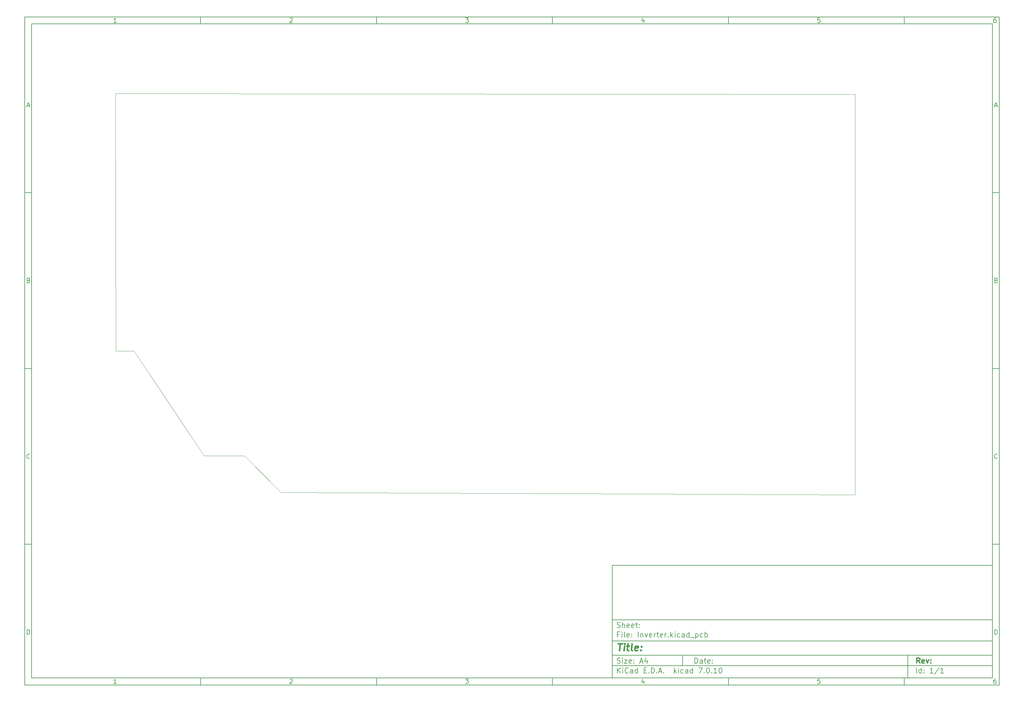
<source format=gbr>
%TF.GenerationSoftware,KiCad,Pcbnew,7.0.10*%
%TF.CreationDate,2024-05-18T21:04:01+03:00*%
%TF.ProjectId,Inverter,496e7665-7274-4657-922e-6b696361645f,rev?*%
%TF.SameCoordinates,Original*%
%TF.FileFunction,Profile,NP*%
%FSLAX46Y46*%
G04 Gerber Fmt 4.6, Leading zero omitted, Abs format (unit mm)*
G04 Created by KiCad (PCBNEW 7.0.10) date 2024-05-18 21:04:01*
%MOMM*%
%LPD*%
G01*
G04 APERTURE LIST*
%ADD10C,0.100000*%
%ADD11C,0.150000*%
%ADD12C,0.300000*%
%ADD13C,0.400000*%
%TA.AperFunction,Profile*%
%ADD14C,0.100000*%
%TD*%
G04 APERTURE END LIST*
D10*
D11*
X177002200Y-166007200D02*
X285002200Y-166007200D01*
X285002200Y-198007200D01*
X177002200Y-198007200D01*
X177002200Y-166007200D01*
D10*
D11*
X10000000Y-10000000D02*
X287002200Y-10000000D01*
X287002200Y-200007200D01*
X10000000Y-200007200D01*
X10000000Y-10000000D01*
D10*
D11*
X12000000Y-12000000D02*
X285002200Y-12000000D01*
X285002200Y-198007200D01*
X12000000Y-198007200D01*
X12000000Y-12000000D01*
D10*
D11*
X60000000Y-12000000D02*
X60000000Y-10000000D01*
D10*
D11*
X110000000Y-12000000D02*
X110000000Y-10000000D01*
D10*
D11*
X160000000Y-12000000D02*
X160000000Y-10000000D01*
D10*
D11*
X210000000Y-12000000D02*
X210000000Y-10000000D01*
D10*
D11*
X260000000Y-12000000D02*
X260000000Y-10000000D01*
D10*
D11*
X36089160Y-11593604D02*
X35346303Y-11593604D01*
X35717731Y-11593604D02*
X35717731Y-10293604D01*
X35717731Y-10293604D02*
X35593922Y-10479319D01*
X35593922Y-10479319D02*
X35470112Y-10603128D01*
X35470112Y-10603128D02*
X35346303Y-10665033D01*
D10*
D11*
X85346303Y-10417414D02*
X85408207Y-10355509D01*
X85408207Y-10355509D02*
X85532017Y-10293604D01*
X85532017Y-10293604D02*
X85841541Y-10293604D01*
X85841541Y-10293604D02*
X85965350Y-10355509D01*
X85965350Y-10355509D02*
X86027255Y-10417414D01*
X86027255Y-10417414D02*
X86089160Y-10541223D01*
X86089160Y-10541223D02*
X86089160Y-10665033D01*
X86089160Y-10665033D02*
X86027255Y-10850747D01*
X86027255Y-10850747D02*
X85284398Y-11593604D01*
X85284398Y-11593604D02*
X86089160Y-11593604D01*
D10*
D11*
X135284398Y-10293604D02*
X136089160Y-10293604D01*
X136089160Y-10293604D02*
X135655826Y-10788842D01*
X135655826Y-10788842D02*
X135841541Y-10788842D01*
X135841541Y-10788842D02*
X135965350Y-10850747D01*
X135965350Y-10850747D02*
X136027255Y-10912652D01*
X136027255Y-10912652D02*
X136089160Y-11036461D01*
X136089160Y-11036461D02*
X136089160Y-11345985D01*
X136089160Y-11345985D02*
X136027255Y-11469795D01*
X136027255Y-11469795D02*
X135965350Y-11531700D01*
X135965350Y-11531700D02*
X135841541Y-11593604D01*
X135841541Y-11593604D02*
X135470112Y-11593604D01*
X135470112Y-11593604D02*
X135346303Y-11531700D01*
X135346303Y-11531700D02*
X135284398Y-11469795D01*
D10*
D11*
X185965350Y-10726938D02*
X185965350Y-11593604D01*
X185655826Y-10231700D02*
X185346303Y-11160271D01*
X185346303Y-11160271D02*
X186151064Y-11160271D01*
D10*
D11*
X236027255Y-10293604D02*
X235408207Y-10293604D01*
X235408207Y-10293604D02*
X235346303Y-10912652D01*
X235346303Y-10912652D02*
X235408207Y-10850747D01*
X235408207Y-10850747D02*
X235532017Y-10788842D01*
X235532017Y-10788842D02*
X235841541Y-10788842D01*
X235841541Y-10788842D02*
X235965350Y-10850747D01*
X235965350Y-10850747D02*
X236027255Y-10912652D01*
X236027255Y-10912652D02*
X236089160Y-11036461D01*
X236089160Y-11036461D02*
X236089160Y-11345985D01*
X236089160Y-11345985D02*
X236027255Y-11469795D01*
X236027255Y-11469795D02*
X235965350Y-11531700D01*
X235965350Y-11531700D02*
X235841541Y-11593604D01*
X235841541Y-11593604D02*
X235532017Y-11593604D01*
X235532017Y-11593604D02*
X235408207Y-11531700D01*
X235408207Y-11531700D02*
X235346303Y-11469795D01*
D10*
D11*
X285965350Y-10293604D02*
X285717731Y-10293604D01*
X285717731Y-10293604D02*
X285593922Y-10355509D01*
X285593922Y-10355509D02*
X285532017Y-10417414D01*
X285532017Y-10417414D02*
X285408207Y-10603128D01*
X285408207Y-10603128D02*
X285346303Y-10850747D01*
X285346303Y-10850747D02*
X285346303Y-11345985D01*
X285346303Y-11345985D02*
X285408207Y-11469795D01*
X285408207Y-11469795D02*
X285470112Y-11531700D01*
X285470112Y-11531700D02*
X285593922Y-11593604D01*
X285593922Y-11593604D02*
X285841541Y-11593604D01*
X285841541Y-11593604D02*
X285965350Y-11531700D01*
X285965350Y-11531700D02*
X286027255Y-11469795D01*
X286027255Y-11469795D02*
X286089160Y-11345985D01*
X286089160Y-11345985D02*
X286089160Y-11036461D01*
X286089160Y-11036461D02*
X286027255Y-10912652D01*
X286027255Y-10912652D02*
X285965350Y-10850747D01*
X285965350Y-10850747D02*
X285841541Y-10788842D01*
X285841541Y-10788842D02*
X285593922Y-10788842D01*
X285593922Y-10788842D02*
X285470112Y-10850747D01*
X285470112Y-10850747D02*
X285408207Y-10912652D01*
X285408207Y-10912652D02*
X285346303Y-11036461D01*
D10*
D11*
X60000000Y-198007200D02*
X60000000Y-200007200D01*
D10*
D11*
X110000000Y-198007200D02*
X110000000Y-200007200D01*
D10*
D11*
X160000000Y-198007200D02*
X160000000Y-200007200D01*
D10*
D11*
X210000000Y-198007200D02*
X210000000Y-200007200D01*
D10*
D11*
X260000000Y-198007200D02*
X260000000Y-200007200D01*
D10*
D11*
X36089160Y-199600804D02*
X35346303Y-199600804D01*
X35717731Y-199600804D02*
X35717731Y-198300804D01*
X35717731Y-198300804D02*
X35593922Y-198486519D01*
X35593922Y-198486519D02*
X35470112Y-198610328D01*
X35470112Y-198610328D02*
X35346303Y-198672233D01*
D10*
D11*
X85346303Y-198424614D02*
X85408207Y-198362709D01*
X85408207Y-198362709D02*
X85532017Y-198300804D01*
X85532017Y-198300804D02*
X85841541Y-198300804D01*
X85841541Y-198300804D02*
X85965350Y-198362709D01*
X85965350Y-198362709D02*
X86027255Y-198424614D01*
X86027255Y-198424614D02*
X86089160Y-198548423D01*
X86089160Y-198548423D02*
X86089160Y-198672233D01*
X86089160Y-198672233D02*
X86027255Y-198857947D01*
X86027255Y-198857947D02*
X85284398Y-199600804D01*
X85284398Y-199600804D02*
X86089160Y-199600804D01*
D10*
D11*
X135284398Y-198300804D02*
X136089160Y-198300804D01*
X136089160Y-198300804D02*
X135655826Y-198796042D01*
X135655826Y-198796042D02*
X135841541Y-198796042D01*
X135841541Y-198796042D02*
X135965350Y-198857947D01*
X135965350Y-198857947D02*
X136027255Y-198919852D01*
X136027255Y-198919852D02*
X136089160Y-199043661D01*
X136089160Y-199043661D02*
X136089160Y-199353185D01*
X136089160Y-199353185D02*
X136027255Y-199476995D01*
X136027255Y-199476995D02*
X135965350Y-199538900D01*
X135965350Y-199538900D02*
X135841541Y-199600804D01*
X135841541Y-199600804D02*
X135470112Y-199600804D01*
X135470112Y-199600804D02*
X135346303Y-199538900D01*
X135346303Y-199538900D02*
X135284398Y-199476995D01*
D10*
D11*
X185965350Y-198734138D02*
X185965350Y-199600804D01*
X185655826Y-198238900D02*
X185346303Y-199167471D01*
X185346303Y-199167471D02*
X186151064Y-199167471D01*
D10*
D11*
X236027255Y-198300804D02*
X235408207Y-198300804D01*
X235408207Y-198300804D02*
X235346303Y-198919852D01*
X235346303Y-198919852D02*
X235408207Y-198857947D01*
X235408207Y-198857947D02*
X235532017Y-198796042D01*
X235532017Y-198796042D02*
X235841541Y-198796042D01*
X235841541Y-198796042D02*
X235965350Y-198857947D01*
X235965350Y-198857947D02*
X236027255Y-198919852D01*
X236027255Y-198919852D02*
X236089160Y-199043661D01*
X236089160Y-199043661D02*
X236089160Y-199353185D01*
X236089160Y-199353185D02*
X236027255Y-199476995D01*
X236027255Y-199476995D02*
X235965350Y-199538900D01*
X235965350Y-199538900D02*
X235841541Y-199600804D01*
X235841541Y-199600804D02*
X235532017Y-199600804D01*
X235532017Y-199600804D02*
X235408207Y-199538900D01*
X235408207Y-199538900D02*
X235346303Y-199476995D01*
D10*
D11*
X285965350Y-198300804D02*
X285717731Y-198300804D01*
X285717731Y-198300804D02*
X285593922Y-198362709D01*
X285593922Y-198362709D02*
X285532017Y-198424614D01*
X285532017Y-198424614D02*
X285408207Y-198610328D01*
X285408207Y-198610328D02*
X285346303Y-198857947D01*
X285346303Y-198857947D02*
X285346303Y-199353185D01*
X285346303Y-199353185D02*
X285408207Y-199476995D01*
X285408207Y-199476995D02*
X285470112Y-199538900D01*
X285470112Y-199538900D02*
X285593922Y-199600804D01*
X285593922Y-199600804D02*
X285841541Y-199600804D01*
X285841541Y-199600804D02*
X285965350Y-199538900D01*
X285965350Y-199538900D02*
X286027255Y-199476995D01*
X286027255Y-199476995D02*
X286089160Y-199353185D01*
X286089160Y-199353185D02*
X286089160Y-199043661D01*
X286089160Y-199043661D02*
X286027255Y-198919852D01*
X286027255Y-198919852D02*
X285965350Y-198857947D01*
X285965350Y-198857947D02*
X285841541Y-198796042D01*
X285841541Y-198796042D02*
X285593922Y-198796042D01*
X285593922Y-198796042D02*
X285470112Y-198857947D01*
X285470112Y-198857947D02*
X285408207Y-198919852D01*
X285408207Y-198919852D02*
X285346303Y-199043661D01*
D10*
D11*
X10000000Y-60000000D02*
X12000000Y-60000000D01*
D10*
D11*
X10000000Y-110000000D02*
X12000000Y-110000000D01*
D10*
D11*
X10000000Y-160000000D02*
X12000000Y-160000000D01*
D10*
D11*
X10690476Y-35222176D02*
X11309523Y-35222176D01*
X10566666Y-35593604D02*
X10999999Y-34293604D01*
X10999999Y-34293604D02*
X11433333Y-35593604D01*
D10*
D11*
X11092857Y-84912652D02*
X11278571Y-84974557D01*
X11278571Y-84974557D02*
X11340476Y-85036461D01*
X11340476Y-85036461D02*
X11402380Y-85160271D01*
X11402380Y-85160271D02*
X11402380Y-85345985D01*
X11402380Y-85345985D02*
X11340476Y-85469795D01*
X11340476Y-85469795D02*
X11278571Y-85531700D01*
X11278571Y-85531700D02*
X11154761Y-85593604D01*
X11154761Y-85593604D02*
X10659523Y-85593604D01*
X10659523Y-85593604D02*
X10659523Y-84293604D01*
X10659523Y-84293604D02*
X11092857Y-84293604D01*
X11092857Y-84293604D02*
X11216666Y-84355509D01*
X11216666Y-84355509D02*
X11278571Y-84417414D01*
X11278571Y-84417414D02*
X11340476Y-84541223D01*
X11340476Y-84541223D02*
X11340476Y-84665033D01*
X11340476Y-84665033D02*
X11278571Y-84788842D01*
X11278571Y-84788842D02*
X11216666Y-84850747D01*
X11216666Y-84850747D02*
X11092857Y-84912652D01*
X11092857Y-84912652D02*
X10659523Y-84912652D01*
D10*
D11*
X11402380Y-135469795D02*
X11340476Y-135531700D01*
X11340476Y-135531700D02*
X11154761Y-135593604D01*
X11154761Y-135593604D02*
X11030952Y-135593604D01*
X11030952Y-135593604D02*
X10845238Y-135531700D01*
X10845238Y-135531700D02*
X10721428Y-135407890D01*
X10721428Y-135407890D02*
X10659523Y-135284080D01*
X10659523Y-135284080D02*
X10597619Y-135036461D01*
X10597619Y-135036461D02*
X10597619Y-134850747D01*
X10597619Y-134850747D02*
X10659523Y-134603128D01*
X10659523Y-134603128D02*
X10721428Y-134479319D01*
X10721428Y-134479319D02*
X10845238Y-134355509D01*
X10845238Y-134355509D02*
X11030952Y-134293604D01*
X11030952Y-134293604D02*
X11154761Y-134293604D01*
X11154761Y-134293604D02*
X11340476Y-134355509D01*
X11340476Y-134355509D02*
X11402380Y-134417414D01*
D10*
D11*
X10659523Y-185593604D02*
X10659523Y-184293604D01*
X10659523Y-184293604D02*
X10969047Y-184293604D01*
X10969047Y-184293604D02*
X11154761Y-184355509D01*
X11154761Y-184355509D02*
X11278571Y-184479319D01*
X11278571Y-184479319D02*
X11340476Y-184603128D01*
X11340476Y-184603128D02*
X11402380Y-184850747D01*
X11402380Y-184850747D02*
X11402380Y-185036461D01*
X11402380Y-185036461D02*
X11340476Y-185284080D01*
X11340476Y-185284080D02*
X11278571Y-185407890D01*
X11278571Y-185407890D02*
X11154761Y-185531700D01*
X11154761Y-185531700D02*
X10969047Y-185593604D01*
X10969047Y-185593604D02*
X10659523Y-185593604D01*
D10*
D11*
X287002200Y-60000000D02*
X285002200Y-60000000D01*
D10*
D11*
X287002200Y-110000000D02*
X285002200Y-110000000D01*
D10*
D11*
X287002200Y-160000000D02*
X285002200Y-160000000D01*
D10*
D11*
X285692676Y-35222176D02*
X286311723Y-35222176D01*
X285568866Y-35593604D02*
X286002199Y-34293604D01*
X286002199Y-34293604D02*
X286435533Y-35593604D01*
D10*
D11*
X286095057Y-84912652D02*
X286280771Y-84974557D01*
X286280771Y-84974557D02*
X286342676Y-85036461D01*
X286342676Y-85036461D02*
X286404580Y-85160271D01*
X286404580Y-85160271D02*
X286404580Y-85345985D01*
X286404580Y-85345985D02*
X286342676Y-85469795D01*
X286342676Y-85469795D02*
X286280771Y-85531700D01*
X286280771Y-85531700D02*
X286156961Y-85593604D01*
X286156961Y-85593604D02*
X285661723Y-85593604D01*
X285661723Y-85593604D02*
X285661723Y-84293604D01*
X285661723Y-84293604D02*
X286095057Y-84293604D01*
X286095057Y-84293604D02*
X286218866Y-84355509D01*
X286218866Y-84355509D02*
X286280771Y-84417414D01*
X286280771Y-84417414D02*
X286342676Y-84541223D01*
X286342676Y-84541223D02*
X286342676Y-84665033D01*
X286342676Y-84665033D02*
X286280771Y-84788842D01*
X286280771Y-84788842D02*
X286218866Y-84850747D01*
X286218866Y-84850747D02*
X286095057Y-84912652D01*
X286095057Y-84912652D02*
X285661723Y-84912652D01*
D10*
D11*
X286404580Y-135469795D02*
X286342676Y-135531700D01*
X286342676Y-135531700D02*
X286156961Y-135593604D01*
X286156961Y-135593604D02*
X286033152Y-135593604D01*
X286033152Y-135593604D02*
X285847438Y-135531700D01*
X285847438Y-135531700D02*
X285723628Y-135407890D01*
X285723628Y-135407890D02*
X285661723Y-135284080D01*
X285661723Y-135284080D02*
X285599819Y-135036461D01*
X285599819Y-135036461D02*
X285599819Y-134850747D01*
X285599819Y-134850747D02*
X285661723Y-134603128D01*
X285661723Y-134603128D02*
X285723628Y-134479319D01*
X285723628Y-134479319D02*
X285847438Y-134355509D01*
X285847438Y-134355509D02*
X286033152Y-134293604D01*
X286033152Y-134293604D02*
X286156961Y-134293604D01*
X286156961Y-134293604D02*
X286342676Y-134355509D01*
X286342676Y-134355509D02*
X286404580Y-134417414D01*
D10*
D11*
X285661723Y-185593604D02*
X285661723Y-184293604D01*
X285661723Y-184293604D02*
X285971247Y-184293604D01*
X285971247Y-184293604D02*
X286156961Y-184355509D01*
X286156961Y-184355509D02*
X286280771Y-184479319D01*
X286280771Y-184479319D02*
X286342676Y-184603128D01*
X286342676Y-184603128D02*
X286404580Y-184850747D01*
X286404580Y-184850747D02*
X286404580Y-185036461D01*
X286404580Y-185036461D02*
X286342676Y-185284080D01*
X286342676Y-185284080D02*
X286280771Y-185407890D01*
X286280771Y-185407890D02*
X286156961Y-185531700D01*
X286156961Y-185531700D02*
X285971247Y-185593604D01*
X285971247Y-185593604D02*
X285661723Y-185593604D01*
D10*
D11*
X200458026Y-193793328D02*
X200458026Y-192293328D01*
X200458026Y-192293328D02*
X200815169Y-192293328D01*
X200815169Y-192293328D02*
X201029455Y-192364757D01*
X201029455Y-192364757D02*
X201172312Y-192507614D01*
X201172312Y-192507614D02*
X201243741Y-192650471D01*
X201243741Y-192650471D02*
X201315169Y-192936185D01*
X201315169Y-192936185D02*
X201315169Y-193150471D01*
X201315169Y-193150471D02*
X201243741Y-193436185D01*
X201243741Y-193436185D02*
X201172312Y-193579042D01*
X201172312Y-193579042D02*
X201029455Y-193721900D01*
X201029455Y-193721900D02*
X200815169Y-193793328D01*
X200815169Y-193793328D02*
X200458026Y-193793328D01*
X202600884Y-193793328D02*
X202600884Y-193007614D01*
X202600884Y-193007614D02*
X202529455Y-192864757D01*
X202529455Y-192864757D02*
X202386598Y-192793328D01*
X202386598Y-192793328D02*
X202100884Y-192793328D01*
X202100884Y-192793328D02*
X201958026Y-192864757D01*
X202600884Y-193721900D02*
X202458026Y-193793328D01*
X202458026Y-193793328D02*
X202100884Y-193793328D01*
X202100884Y-193793328D02*
X201958026Y-193721900D01*
X201958026Y-193721900D02*
X201886598Y-193579042D01*
X201886598Y-193579042D02*
X201886598Y-193436185D01*
X201886598Y-193436185D02*
X201958026Y-193293328D01*
X201958026Y-193293328D02*
X202100884Y-193221900D01*
X202100884Y-193221900D02*
X202458026Y-193221900D01*
X202458026Y-193221900D02*
X202600884Y-193150471D01*
X203100884Y-192793328D02*
X203672312Y-192793328D01*
X203315169Y-192293328D02*
X203315169Y-193579042D01*
X203315169Y-193579042D02*
X203386598Y-193721900D01*
X203386598Y-193721900D02*
X203529455Y-193793328D01*
X203529455Y-193793328D02*
X203672312Y-193793328D01*
X204743741Y-193721900D02*
X204600884Y-193793328D01*
X204600884Y-193793328D02*
X204315170Y-193793328D01*
X204315170Y-193793328D02*
X204172312Y-193721900D01*
X204172312Y-193721900D02*
X204100884Y-193579042D01*
X204100884Y-193579042D02*
X204100884Y-193007614D01*
X204100884Y-193007614D02*
X204172312Y-192864757D01*
X204172312Y-192864757D02*
X204315170Y-192793328D01*
X204315170Y-192793328D02*
X204600884Y-192793328D01*
X204600884Y-192793328D02*
X204743741Y-192864757D01*
X204743741Y-192864757D02*
X204815170Y-193007614D01*
X204815170Y-193007614D02*
X204815170Y-193150471D01*
X204815170Y-193150471D02*
X204100884Y-193293328D01*
X205458026Y-193650471D02*
X205529455Y-193721900D01*
X205529455Y-193721900D02*
X205458026Y-193793328D01*
X205458026Y-193793328D02*
X205386598Y-193721900D01*
X205386598Y-193721900D02*
X205458026Y-193650471D01*
X205458026Y-193650471D02*
X205458026Y-193793328D01*
X205458026Y-192864757D02*
X205529455Y-192936185D01*
X205529455Y-192936185D02*
X205458026Y-193007614D01*
X205458026Y-193007614D02*
X205386598Y-192936185D01*
X205386598Y-192936185D02*
X205458026Y-192864757D01*
X205458026Y-192864757D02*
X205458026Y-193007614D01*
D10*
D11*
X177002200Y-194507200D02*
X285002200Y-194507200D01*
D10*
D11*
X178458026Y-196593328D02*
X178458026Y-195093328D01*
X179315169Y-196593328D02*
X178672312Y-195736185D01*
X179315169Y-195093328D02*
X178458026Y-195950471D01*
X179958026Y-196593328D02*
X179958026Y-195593328D01*
X179958026Y-195093328D02*
X179886598Y-195164757D01*
X179886598Y-195164757D02*
X179958026Y-195236185D01*
X179958026Y-195236185D02*
X180029455Y-195164757D01*
X180029455Y-195164757D02*
X179958026Y-195093328D01*
X179958026Y-195093328D02*
X179958026Y-195236185D01*
X181529455Y-196450471D02*
X181458027Y-196521900D01*
X181458027Y-196521900D02*
X181243741Y-196593328D01*
X181243741Y-196593328D02*
X181100884Y-196593328D01*
X181100884Y-196593328D02*
X180886598Y-196521900D01*
X180886598Y-196521900D02*
X180743741Y-196379042D01*
X180743741Y-196379042D02*
X180672312Y-196236185D01*
X180672312Y-196236185D02*
X180600884Y-195950471D01*
X180600884Y-195950471D02*
X180600884Y-195736185D01*
X180600884Y-195736185D02*
X180672312Y-195450471D01*
X180672312Y-195450471D02*
X180743741Y-195307614D01*
X180743741Y-195307614D02*
X180886598Y-195164757D01*
X180886598Y-195164757D02*
X181100884Y-195093328D01*
X181100884Y-195093328D02*
X181243741Y-195093328D01*
X181243741Y-195093328D02*
X181458027Y-195164757D01*
X181458027Y-195164757D02*
X181529455Y-195236185D01*
X182815170Y-196593328D02*
X182815170Y-195807614D01*
X182815170Y-195807614D02*
X182743741Y-195664757D01*
X182743741Y-195664757D02*
X182600884Y-195593328D01*
X182600884Y-195593328D02*
X182315170Y-195593328D01*
X182315170Y-195593328D02*
X182172312Y-195664757D01*
X182815170Y-196521900D02*
X182672312Y-196593328D01*
X182672312Y-196593328D02*
X182315170Y-196593328D01*
X182315170Y-196593328D02*
X182172312Y-196521900D01*
X182172312Y-196521900D02*
X182100884Y-196379042D01*
X182100884Y-196379042D02*
X182100884Y-196236185D01*
X182100884Y-196236185D02*
X182172312Y-196093328D01*
X182172312Y-196093328D02*
X182315170Y-196021900D01*
X182315170Y-196021900D02*
X182672312Y-196021900D01*
X182672312Y-196021900D02*
X182815170Y-195950471D01*
X184172313Y-196593328D02*
X184172313Y-195093328D01*
X184172313Y-196521900D02*
X184029455Y-196593328D01*
X184029455Y-196593328D02*
X183743741Y-196593328D01*
X183743741Y-196593328D02*
X183600884Y-196521900D01*
X183600884Y-196521900D02*
X183529455Y-196450471D01*
X183529455Y-196450471D02*
X183458027Y-196307614D01*
X183458027Y-196307614D02*
X183458027Y-195879042D01*
X183458027Y-195879042D02*
X183529455Y-195736185D01*
X183529455Y-195736185D02*
X183600884Y-195664757D01*
X183600884Y-195664757D02*
X183743741Y-195593328D01*
X183743741Y-195593328D02*
X184029455Y-195593328D01*
X184029455Y-195593328D02*
X184172313Y-195664757D01*
X186029455Y-195807614D02*
X186529455Y-195807614D01*
X186743741Y-196593328D02*
X186029455Y-196593328D01*
X186029455Y-196593328D02*
X186029455Y-195093328D01*
X186029455Y-195093328D02*
X186743741Y-195093328D01*
X187386598Y-196450471D02*
X187458027Y-196521900D01*
X187458027Y-196521900D02*
X187386598Y-196593328D01*
X187386598Y-196593328D02*
X187315170Y-196521900D01*
X187315170Y-196521900D02*
X187386598Y-196450471D01*
X187386598Y-196450471D02*
X187386598Y-196593328D01*
X188100884Y-196593328D02*
X188100884Y-195093328D01*
X188100884Y-195093328D02*
X188458027Y-195093328D01*
X188458027Y-195093328D02*
X188672313Y-195164757D01*
X188672313Y-195164757D02*
X188815170Y-195307614D01*
X188815170Y-195307614D02*
X188886599Y-195450471D01*
X188886599Y-195450471D02*
X188958027Y-195736185D01*
X188958027Y-195736185D02*
X188958027Y-195950471D01*
X188958027Y-195950471D02*
X188886599Y-196236185D01*
X188886599Y-196236185D02*
X188815170Y-196379042D01*
X188815170Y-196379042D02*
X188672313Y-196521900D01*
X188672313Y-196521900D02*
X188458027Y-196593328D01*
X188458027Y-196593328D02*
X188100884Y-196593328D01*
X189600884Y-196450471D02*
X189672313Y-196521900D01*
X189672313Y-196521900D02*
X189600884Y-196593328D01*
X189600884Y-196593328D02*
X189529456Y-196521900D01*
X189529456Y-196521900D02*
X189600884Y-196450471D01*
X189600884Y-196450471D02*
X189600884Y-196593328D01*
X190243742Y-196164757D02*
X190958028Y-196164757D01*
X190100885Y-196593328D02*
X190600885Y-195093328D01*
X190600885Y-195093328D02*
X191100885Y-196593328D01*
X191600884Y-196450471D02*
X191672313Y-196521900D01*
X191672313Y-196521900D02*
X191600884Y-196593328D01*
X191600884Y-196593328D02*
X191529456Y-196521900D01*
X191529456Y-196521900D02*
X191600884Y-196450471D01*
X191600884Y-196450471D02*
X191600884Y-196593328D01*
X194600884Y-196593328D02*
X194600884Y-195093328D01*
X194743742Y-196021900D02*
X195172313Y-196593328D01*
X195172313Y-195593328D02*
X194600884Y-196164757D01*
X195815170Y-196593328D02*
X195815170Y-195593328D01*
X195815170Y-195093328D02*
X195743742Y-195164757D01*
X195743742Y-195164757D02*
X195815170Y-195236185D01*
X195815170Y-195236185D02*
X195886599Y-195164757D01*
X195886599Y-195164757D02*
X195815170Y-195093328D01*
X195815170Y-195093328D02*
X195815170Y-195236185D01*
X197172314Y-196521900D02*
X197029456Y-196593328D01*
X197029456Y-196593328D02*
X196743742Y-196593328D01*
X196743742Y-196593328D02*
X196600885Y-196521900D01*
X196600885Y-196521900D02*
X196529456Y-196450471D01*
X196529456Y-196450471D02*
X196458028Y-196307614D01*
X196458028Y-196307614D02*
X196458028Y-195879042D01*
X196458028Y-195879042D02*
X196529456Y-195736185D01*
X196529456Y-195736185D02*
X196600885Y-195664757D01*
X196600885Y-195664757D02*
X196743742Y-195593328D01*
X196743742Y-195593328D02*
X197029456Y-195593328D01*
X197029456Y-195593328D02*
X197172314Y-195664757D01*
X198458028Y-196593328D02*
X198458028Y-195807614D01*
X198458028Y-195807614D02*
X198386599Y-195664757D01*
X198386599Y-195664757D02*
X198243742Y-195593328D01*
X198243742Y-195593328D02*
X197958028Y-195593328D01*
X197958028Y-195593328D02*
X197815170Y-195664757D01*
X198458028Y-196521900D02*
X198315170Y-196593328D01*
X198315170Y-196593328D02*
X197958028Y-196593328D01*
X197958028Y-196593328D02*
X197815170Y-196521900D01*
X197815170Y-196521900D02*
X197743742Y-196379042D01*
X197743742Y-196379042D02*
X197743742Y-196236185D01*
X197743742Y-196236185D02*
X197815170Y-196093328D01*
X197815170Y-196093328D02*
X197958028Y-196021900D01*
X197958028Y-196021900D02*
X198315170Y-196021900D01*
X198315170Y-196021900D02*
X198458028Y-195950471D01*
X199815171Y-196593328D02*
X199815171Y-195093328D01*
X199815171Y-196521900D02*
X199672313Y-196593328D01*
X199672313Y-196593328D02*
X199386599Y-196593328D01*
X199386599Y-196593328D02*
X199243742Y-196521900D01*
X199243742Y-196521900D02*
X199172313Y-196450471D01*
X199172313Y-196450471D02*
X199100885Y-196307614D01*
X199100885Y-196307614D02*
X199100885Y-195879042D01*
X199100885Y-195879042D02*
X199172313Y-195736185D01*
X199172313Y-195736185D02*
X199243742Y-195664757D01*
X199243742Y-195664757D02*
X199386599Y-195593328D01*
X199386599Y-195593328D02*
X199672313Y-195593328D01*
X199672313Y-195593328D02*
X199815171Y-195664757D01*
X201529456Y-195093328D02*
X202529456Y-195093328D01*
X202529456Y-195093328D02*
X201886599Y-196593328D01*
X203100884Y-196450471D02*
X203172313Y-196521900D01*
X203172313Y-196521900D02*
X203100884Y-196593328D01*
X203100884Y-196593328D02*
X203029456Y-196521900D01*
X203029456Y-196521900D02*
X203100884Y-196450471D01*
X203100884Y-196450471D02*
X203100884Y-196593328D01*
X204100885Y-195093328D02*
X204243742Y-195093328D01*
X204243742Y-195093328D02*
X204386599Y-195164757D01*
X204386599Y-195164757D02*
X204458028Y-195236185D01*
X204458028Y-195236185D02*
X204529456Y-195379042D01*
X204529456Y-195379042D02*
X204600885Y-195664757D01*
X204600885Y-195664757D02*
X204600885Y-196021900D01*
X204600885Y-196021900D02*
X204529456Y-196307614D01*
X204529456Y-196307614D02*
X204458028Y-196450471D01*
X204458028Y-196450471D02*
X204386599Y-196521900D01*
X204386599Y-196521900D02*
X204243742Y-196593328D01*
X204243742Y-196593328D02*
X204100885Y-196593328D01*
X204100885Y-196593328D02*
X203958028Y-196521900D01*
X203958028Y-196521900D02*
X203886599Y-196450471D01*
X203886599Y-196450471D02*
X203815170Y-196307614D01*
X203815170Y-196307614D02*
X203743742Y-196021900D01*
X203743742Y-196021900D02*
X203743742Y-195664757D01*
X203743742Y-195664757D02*
X203815170Y-195379042D01*
X203815170Y-195379042D02*
X203886599Y-195236185D01*
X203886599Y-195236185D02*
X203958028Y-195164757D01*
X203958028Y-195164757D02*
X204100885Y-195093328D01*
X205243741Y-196450471D02*
X205315170Y-196521900D01*
X205315170Y-196521900D02*
X205243741Y-196593328D01*
X205243741Y-196593328D02*
X205172313Y-196521900D01*
X205172313Y-196521900D02*
X205243741Y-196450471D01*
X205243741Y-196450471D02*
X205243741Y-196593328D01*
X206743742Y-196593328D02*
X205886599Y-196593328D01*
X206315170Y-196593328D02*
X206315170Y-195093328D01*
X206315170Y-195093328D02*
X206172313Y-195307614D01*
X206172313Y-195307614D02*
X206029456Y-195450471D01*
X206029456Y-195450471D02*
X205886599Y-195521900D01*
X207672313Y-195093328D02*
X207815170Y-195093328D01*
X207815170Y-195093328D02*
X207958027Y-195164757D01*
X207958027Y-195164757D02*
X208029456Y-195236185D01*
X208029456Y-195236185D02*
X208100884Y-195379042D01*
X208100884Y-195379042D02*
X208172313Y-195664757D01*
X208172313Y-195664757D02*
X208172313Y-196021900D01*
X208172313Y-196021900D02*
X208100884Y-196307614D01*
X208100884Y-196307614D02*
X208029456Y-196450471D01*
X208029456Y-196450471D02*
X207958027Y-196521900D01*
X207958027Y-196521900D02*
X207815170Y-196593328D01*
X207815170Y-196593328D02*
X207672313Y-196593328D01*
X207672313Y-196593328D02*
X207529456Y-196521900D01*
X207529456Y-196521900D02*
X207458027Y-196450471D01*
X207458027Y-196450471D02*
X207386598Y-196307614D01*
X207386598Y-196307614D02*
X207315170Y-196021900D01*
X207315170Y-196021900D02*
X207315170Y-195664757D01*
X207315170Y-195664757D02*
X207386598Y-195379042D01*
X207386598Y-195379042D02*
X207458027Y-195236185D01*
X207458027Y-195236185D02*
X207529456Y-195164757D01*
X207529456Y-195164757D02*
X207672313Y-195093328D01*
D10*
D11*
X177002200Y-191507200D02*
X285002200Y-191507200D01*
D10*
D12*
X264413853Y-193785528D02*
X263913853Y-193071242D01*
X263556710Y-193785528D02*
X263556710Y-192285528D01*
X263556710Y-192285528D02*
X264128139Y-192285528D01*
X264128139Y-192285528D02*
X264270996Y-192356957D01*
X264270996Y-192356957D02*
X264342425Y-192428385D01*
X264342425Y-192428385D02*
X264413853Y-192571242D01*
X264413853Y-192571242D02*
X264413853Y-192785528D01*
X264413853Y-192785528D02*
X264342425Y-192928385D01*
X264342425Y-192928385D02*
X264270996Y-192999814D01*
X264270996Y-192999814D02*
X264128139Y-193071242D01*
X264128139Y-193071242D02*
X263556710Y-193071242D01*
X265628139Y-193714100D02*
X265485282Y-193785528D01*
X265485282Y-193785528D02*
X265199568Y-193785528D01*
X265199568Y-193785528D02*
X265056710Y-193714100D01*
X265056710Y-193714100D02*
X264985282Y-193571242D01*
X264985282Y-193571242D02*
X264985282Y-192999814D01*
X264985282Y-192999814D02*
X265056710Y-192856957D01*
X265056710Y-192856957D02*
X265199568Y-192785528D01*
X265199568Y-192785528D02*
X265485282Y-192785528D01*
X265485282Y-192785528D02*
X265628139Y-192856957D01*
X265628139Y-192856957D02*
X265699568Y-192999814D01*
X265699568Y-192999814D02*
X265699568Y-193142671D01*
X265699568Y-193142671D02*
X264985282Y-193285528D01*
X266199567Y-192785528D02*
X266556710Y-193785528D01*
X266556710Y-193785528D02*
X266913853Y-192785528D01*
X267485281Y-193642671D02*
X267556710Y-193714100D01*
X267556710Y-193714100D02*
X267485281Y-193785528D01*
X267485281Y-193785528D02*
X267413853Y-193714100D01*
X267413853Y-193714100D02*
X267485281Y-193642671D01*
X267485281Y-193642671D02*
X267485281Y-193785528D01*
X267485281Y-192856957D02*
X267556710Y-192928385D01*
X267556710Y-192928385D02*
X267485281Y-192999814D01*
X267485281Y-192999814D02*
X267413853Y-192928385D01*
X267413853Y-192928385D02*
X267485281Y-192856957D01*
X267485281Y-192856957D02*
X267485281Y-192999814D01*
D10*
D11*
X178386598Y-193721900D02*
X178600884Y-193793328D01*
X178600884Y-193793328D02*
X178958026Y-193793328D01*
X178958026Y-193793328D02*
X179100884Y-193721900D01*
X179100884Y-193721900D02*
X179172312Y-193650471D01*
X179172312Y-193650471D02*
X179243741Y-193507614D01*
X179243741Y-193507614D02*
X179243741Y-193364757D01*
X179243741Y-193364757D02*
X179172312Y-193221900D01*
X179172312Y-193221900D02*
X179100884Y-193150471D01*
X179100884Y-193150471D02*
X178958026Y-193079042D01*
X178958026Y-193079042D02*
X178672312Y-193007614D01*
X178672312Y-193007614D02*
X178529455Y-192936185D01*
X178529455Y-192936185D02*
X178458026Y-192864757D01*
X178458026Y-192864757D02*
X178386598Y-192721900D01*
X178386598Y-192721900D02*
X178386598Y-192579042D01*
X178386598Y-192579042D02*
X178458026Y-192436185D01*
X178458026Y-192436185D02*
X178529455Y-192364757D01*
X178529455Y-192364757D02*
X178672312Y-192293328D01*
X178672312Y-192293328D02*
X179029455Y-192293328D01*
X179029455Y-192293328D02*
X179243741Y-192364757D01*
X179886597Y-193793328D02*
X179886597Y-192793328D01*
X179886597Y-192293328D02*
X179815169Y-192364757D01*
X179815169Y-192364757D02*
X179886597Y-192436185D01*
X179886597Y-192436185D02*
X179958026Y-192364757D01*
X179958026Y-192364757D02*
X179886597Y-192293328D01*
X179886597Y-192293328D02*
X179886597Y-192436185D01*
X180458026Y-192793328D02*
X181243741Y-192793328D01*
X181243741Y-192793328D02*
X180458026Y-193793328D01*
X180458026Y-193793328D02*
X181243741Y-193793328D01*
X182386598Y-193721900D02*
X182243741Y-193793328D01*
X182243741Y-193793328D02*
X181958027Y-193793328D01*
X181958027Y-193793328D02*
X181815169Y-193721900D01*
X181815169Y-193721900D02*
X181743741Y-193579042D01*
X181743741Y-193579042D02*
X181743741Y-193007614D01*
X181743741Y-193007614D02*
X181815169Y-192864757D01*
X181815169Y-192864757D02*
X181958027Y-192793328D01*
X181958027Y-192793328D02*
X182243741Y-192793328D01*
X182243741Y-192793328D02*
X182386598Y-192864757D01*
X182386598Y-192864757D02*
X182458027Y-193007614D01*
X182458027Y-193007614D02*
X182458027Y-193150471D01*
X182458027Y-193150471D02*
X181743741Y-193293328D01*
X183100883Y-193650471D02*
X183172312Y-193721900D01*
X183172312Y-193721900D02*
X183100883Y-193793328D01*
X183100883Y-193793328D02*
X183029455Y-193721900D01*
X183029455Y-193721900D02*
X183100883Y-193650471D01*
X183100883Y-193650471D02*
X183100883Y-193793328D01*
X183100883Y-192864757D02*
X183172312Y-192936185D01*
X183172312Y-192936185D02*
X183100883Y-193007614D01*
X183100883Y-193007614D02*
X183029455Y-192936185D01*
X183029455Y-192936185D02*
X183100883Y-192864757D01*
X183100883Y-192864757D02*
X183100883Y-193007614D01*
X184886598Y-193364757D02*
X185600884Y-193364757D01*
X184743741Y-193793328D02*
X185243741Y-192293328D01*
X185243741Y-192293328D02*
X185743741Y-193793328D01*
X186886598Y-192793328D02*
X186886598Y-193793328D01*
X186529455Y-192221900D02*
X186172312Y-193293328D01*
X186172312Y-193293328D02*
X187100883Y-193293328D01*
D10*
D11*
X263458026Y-196593328D02*
X263458026Y-195093328D01*
X264815170Y-196593328D02*
X264815170Y-195093328D01*
X264815170Y-196521900D02*
X264672312Y-196593328D01*
X264672312Y-196593328D02*
X264386598Y-196593328D01*
X264386598Y-196593328D02*
X264243741Y-196521900D01*
X264243741Y-196521900D02*
X264172312Y-196450471D01*
X264172312Y-196450471D02*
X264100884Y-196307614D01*
X264100884Y-196307614D02*
X264100884Y-195879042D01*
X264100884Y-195879042D02*
X264172312Y-195736185D01*
X264172312Y-195736185D02*
X264243741Y-195664757D01*
X264243741Y-195664757D02*
X264386598Y-195593328D01*
X264386598Y-195593328D02*
X264672312Y-195593328D01*
X264672312Y-195593328D02*
X264815170Y-195664757D01*
X265529455Y-196450471D02*
X265600884Y-196521900D01*
X265600884Y-196521900D02*
X265529455Y-196593328D01*
X265529455Y-196593328D02*
X265458027Y-196521900D01*
X265458027Y-196521900D02*
X265529455Y-196450471D01*
X265529455Y-196450471D02*
X265529455Y-196593328D01*
X265529455Y-195664757D02*
X265600884Y-195736185D01*
X265600884Y-195736185D02*
X265529455Y-195807614D01*
X265529455Y-195807614D02*
X265458027Y-195736185D01*
X265458027Y-195736185D02*
X265529455Y-195664757D01*
X265529455Y-195664757D02*
X265529455Y-195807614D01*
X268172313Y-196593328D02*
X267315170Y-196593328D01*
X267743741Y-196593328D02*
X267743741Y-195093328D01*
X267743741Y-195093328D02*
X267600884Y-195307614D01*
X267600884Y-195307614D02*
X267458027Y-195450471D01*
X267458027Y-195450471D02*
X267315170Y-195521900D01*
X269886598Y-195021900D02*
X268600884Y-196950471D01*
X271172313Y-196593328D02*
X270315170Y-196593328D01*
X270743741Y-196593328D02*
X270743741Y-195093328D01*
X270743741Y-195093328D02*
X270600884Y-195307614D01*
X270600884Y-195307614D02*
X270458027Y-195450471D01*
X270458027Y-195450471D02*
X270315170Y-195521900D01*
D10*
D11*
X177002200Y-187507200D02*
X285002200Y-187507200D01*
D10*
D13*
X178693928Y-188211638D02*
X179836785Y-188211638D01*
X179015357Y-190211638D02*
X179265357Y-188211638D01*
X180253452Y-190211638D02*
X180420119Y-188878304D01*
X180503452Y-188211638D02*
X180396309Y-188306876D01*
X180396309Y-188306876D02*
X180479643Y-188402114D01*
X180479643Y-188402114D02*
X180586786Y-188306876D01*
X180586786Y-188306876D02*
X180503452Y-188211638D01*
X180503452Y-188211638D02*
X180479643Y-188402114D01*
X181086786Y-188878304D02*
X181848690Y-188878304D01*
X181455833Y-188211638D02*
X181241548Y-189925923D01*
X181241548Y-189925923D02*
X181312976Y-190116400D01*
X181312976Y-190116400D02*
X181491548Y-190211638D01*
X181491548Y-190211638D02*
X181682024Y-190211638D01*
X182634405Y-190211638D02*
X182455833Y-190116400D01*
X182455833Y-190116400D02*
X182384405Y-189925923D01*
X182384405Y-189925923D02*
X182598690Y-188211638D01*
X184170119Y-190116400D02*
X183967738Y-190211638D01*
X183967738Y-190211638D02*
X183586785Y-190211638D01*
X183586785Y-190211638D02*
X183408214Y-190116400D01*
X183408214Y-190116400D02*
X183336785Y-189925923D01*
X183336785Y-189925923D02*
X183432024Y-189164019D01*
X183432024Y-189164019D02*
X183551071Y-188973542D01*
X183551071Y-188973542D02*
X183753452Y-188878304D01*
X183753452Y-188878304D02*
X184134404Y-188878304D01*
X184134404Y-188878304D02*
X184312976Y-188973542D01*
X184312976Y-188973542D02*
X184384404Y-189164019D01*
X184384404Y-189164019D02*
X184360595Y-189354495D01*
X184360595Y-189354495D02*
X183384404Y-189544971D01*
X185134405Y-190021161D02*
X185217738Y-190116400D01*
X185217738Y-190116400D02*
X185110595Y-190211638D01*
X185110595Y-190211638D02*
X185027262Y-190116400D01*
X185027262Y-190116400D02*
X185134405Y-190021161D01*
X185134405Y-190021161D02*
X185110595Y-190211638D01*
X185265357Y-188973542D02*
X185348690Y-189068780D01*
X185348690Y-189068780D02*
X185241548Y-189164019D01*
X185241548Y-189164019D02*
X185158214Y-189068780D01*
X185158214Y-189068780D02*
X185265357Y-188973542D01*
X185265357Y-188973542D02*
X185241548Y-189164019D01*
D10*
D11*
X178958026Y-185607614D02*
X178458026Y-185607614D01*
X178458026Y-186393328D02*
X178458026Y-184893328D01*
X178458026Y-184893328D02*
X179172312Y-184893328D01*
X179743740Y-186393328D02*
X179743740Y-185393328D01*
X179743740Y-184893328D02*
X179672312Y-184964757D01*
X179672312Y-184964757D02*
X179743740Y-185036185D01*
X179743740Y-185036185D02*
X179815169Y-184964757D01*
X179815169Y-184964757D02*
X179743740Y-184893328D01*
X179743740Y-184893328D02*
X179743740Y-185036185D01*
X180672312Y-186393328D02*
X180529455Y-186321900D01*
X180529455Y-186321900D02*
X180458026Y-186179042D01*
X180458026Y-186179042D02*
X180458026Y-184893328D01*
X181815169Y-186321900D02*
X181672312Y-186393328D01*
X181672312Y-186393328D02*
X181386598Y-186393328D01*
X181386598Y-186393328D02*
X181243740Y-186321900D01*
X181243740Y-186321900D02*
X181172312Y-186179042D01*
X181172312Y-186179042D02*
X181172312Y-185607614D01*
X181172312Y-185607614D02*
X181243740Y-185464757D01*
X181243740Y-185464757D02*
X181386598Y-185393328D01*
X181386598Y-185393328D02*
X181672312Y-185393328D01*
X181672312Y-185393328D02*
X181815169Y-185464757D01*
X181815169Y-185464757D02*
X181886598Y-185607614D01*
X181886598Y-185607614D02*
X181886598Y-185750471D01*
X181886598Y-185750471D02*
X181172312Y-185893328D01*
X182529454Y-186250471D02*
X182600883Y-186321900D01*
X182600883Y-186321900D02*
X182529454Y-186393328D01*
X182529454Y-186393328D02*
X182458026Y-186321900D01*
X182458026Y-186321900D02*
X182529454Y-186250471D01*
X182529454Y-186250471D02*
X182529454Y-186393328D01*
X182529454Y-185464757D02*
X182600883Y-185536185D01*
X182600883Y-185536185D02*
X182529454Y-185607614D01*
X182529454Y-185607614D02*
X182458026Y-185536185D01*
X182458026Y-185536185D02*
X182529454Y-185464757D01*
X182529454Y-185464757D02*
X182529454Y-185607614D01*
X184386597Y-186393328D02*
X184386597Y-184893328D01*
X185100883Y-185393328D02*
X185100883Y-186393328D01*
X185100883Y-185536185D02*
X185172312Y-185464757D01*
X185172312Y-185464757D02*
X185315169Y-185393328D01*
X185315169Y-185393328D02*
X185529455Y-185393328D01*
X185529455Y-185393328D02*
X185672312Y-185464757D01*
X185672312Y-185464757D02*
X185743741Y-185607614D01*
X185743741Y-185607614D02*
X185743741Y-186393328D01*
X186315169Y-185393328D02*
X186672312Y-186393328D01*
X186672312Y-186393328D02*
X187029455Y-185393328D01*
X188172312Y-186321900D02*
X188029455Y-186393328D01*
X188029455Y-186393328D02*
X187743741Y-186393328D01*
X187743741Y-186393328D02*
X187600883Y-186321900D01*
X187600883Y-186321900D02*
X187529455Y-186179042D01*
X187529455Y-186179042D02*
X187529455Y-185607614D01*
X187529455Y-185607614D02*
X187600883Y-185464757D01*
X187600883Y-185464757D02*
X187743741Y-185393328D01*
X187743741Y-185393328D02*
X188029455Y-185393328D01*
X188029455Y-185393328D02*
X188172312Y-185464757D01*
X188172312Y-185464757D02*
X188243741Y-185607614D01*
X188243741Y-185607614D02*
X188243741Y-185750471D01*
X188243741Y-185750471D02*
X187529455Y-185893328D01*
X188886597Y-186393328D02*
X188886597Y-185393328D01*
X188886597Y-185679042D02*
X188958026Y-185536185D01*
X188958026Y-185536185D02*
X189029455Y-185464757D01*
X189029455Y-185464757D02*
X189172312Y-185393328D01*
X189172312Y-185393328D02*
X189315169Y-185393328D01*
X189600883Y-185393328D02*
X190172311Y-185393328D01*
X189815168Y-184893328D02*
X189815168Y-186179042D01*
X189815168Y-186179042D02*
X189886597Y-186321900D01*
X189886597Y-186321900D02*
X190029454Y-186393328D01*
X190029454Y-186393328D02*
X190172311Y-186393328D01*
X191243740Y-186321900D02*
X191100883Y-186393328D01*
X191100883Y-186393328D02*
X190815169Y-186393328D01*
X190815169Y-186393328D02*
X190672311Y-186321900D01*
X190672311Y-186321900D02*
X190600883Y-186179042D01*
X190600883Y-186179042D02*
X190600883Y-185607614D01*
X190600883Y-185607614D02*
X190672311Y-185464757D01*
X190672311Y-185464757D02*
X190815169Y-185393328D01*
X190815169Y-185393328D02*
X191100883Y-185393328D01*
X191100883Y-185393328D02*
X191243740Y-185464757D01*
X191243740Y-185464757D02*
X191315169Y-185607614D01*
X191315169Y-185607614D02*
X191315169Y-185750471D01*
X191315169Y-185750471D02*
X190600883Y-185893328D01*
X191958025Y-186393328D02*
X191958025Y-185393328D01*
X191958025Y-185679042D02*
X192029454Y-185536185D01*
X192029454Y-185536185D02*
X192100883Y-185464757D01*
X192100883Y-185464757D02*
X192243740Y-185393328D01*
X192243740Y-185393328D02*
X192386597Y-185393328D01*
X192886596Y-186250471D02*
X192958025Y-186321900D01*
X192958025Y-186321900D02*
X192886596Y-186393328D01*
X192886596Y-186393328D02*
X192815168Y-186321900D01*
X192815168Y-186321900D02*
X192886596Y-186250471D01*
X192886596Y-186250471D02*
X192886596Y-186393328D01*
X193600882Y-186393328D02*
X193600882Y-184893328D01*
X193743740Y-185821900D02*
X194172311Y-186393328D01*
X194172311Y-185393328D02*
X193600882Y-185964757D01*
X194815168Y-186393328D02*
X194815168Y-185393328D01*
X194815168Y-184893328D02*
X194743740Y-184964757D01*
X194743740Y-184964757D02*
X194815168Y-185036185D01*
X194815168Y-185036185D02*
X194886597Y-184964757D01*
X194886597Y-184964757D02*
X194815168Y-184893328D01*
X194815168Y-184893328D02*
X194815168Y-185036185D01*
X196172312Y-186321900D02*
X196029454Y-186393328D01*
X196029454Y-186393328D02*
X195743740Y-186393328D01*
X195743740Y-186393328D02*
X195600883Y-186321900D01*
X195600883Y-186321900D02*
X195529454Y-186250471D01*
X195529454Y-186250471D02*
X195458026Y-186107614D01*
X195458026Y-186107614D02*
X195458026Y-185679042D01*
X195458026Y-185679042D02*
X195529454Y-185536185D01*
X195529454Y-185536185D02*
X195600883Y-185464757D01*
X195600883Y-185464757D02*
X195743740Y-185393328D01*
X195743740Y-185393328D02*
X196029454Y-185393328D01*
X196029454Y-185393328D02*
X196172312Y-185464757D01*
X197458026Y-186393328D02*
X197458026Y-185607614D01*
X197458026Y-185607614D02*
X197386597Y-185464757D01*
X197386597Y-185464757D02*
X197243740Y-185393328D01*
X197243740Y-185393328D02*
X196958026Y-185393328D01*
X196958026Y-185393328D02*
X196815168Y-185464757D01*
X197458026Y-186321900D02*
X197315168Y-186393328D01*
X197315168Y-186393328D02*
X196958026Y-186393328D01*
X196958026Y-186393328D02*
X196815168Y-186321900D01*
X196815168Y-186321900D02*
X196743740Y-186179042D01*
X196743740Y-186179042D02*
X196743740Y-186036185D01*
X196743740Y-186036185D02*
X196815168Y-185893328D01*
X196815168Y-185893328D02*
X196958026Y-185821900D01*
X196958026Y-185821900D02*
X197315168Y-185821900D01*
X197315168Y-185821900D02*
X197458026Y-185750471D01*
X198815169Y-186393328D02*
X198815169Y-184893328D01*
X198815169Y-186321900D02*
X198672311Y-186393328D01*
X198672311Y-186393328D02*
X198386597Y-186393328D01*
X198386597Y-186393328D02*
X198243740Y-186321900D01*
X198243740Y-186321900D02*
X198172311Y-186250471D01*
X198172311Y-186250471D02*
X198100883Y-186107614D01*
X198100883Y-186107614D02*
X198100883Y-185679042D01*
X198100883Y-185679042D02*
X198172311Y-185536185D01*
X198172311Y-185536185D02*
X198243740Y-185464757D01*
X198243740Y-185464757D02*
X198386597Y-185393328D01*
X198386597Y-185393328D02*
X198672311Y-185393328D01*
X198672311Y-185393328D02*
X198815169Y-185464757D01*
X199172312Y-186536185D02*
X200315169Y-186536185D01*
X200672311Y-185393328D02*
X200672311Y-186893328D01*
X200672311Y-185464757D02*
X200815169Y-185393328D01*
X200815169Y-185393328D02*
X201100883Y-185393328D01*
X201100883Y-185393328D02*
X201243740Y-185464757D01*
X201243740Y-185464757D02*
X201315169Y-185536185D01*
X201315169Y-185536185D02*
X201386597Y-185679042D01*
X201386597Y-185679042D02*
X201386597Y-186107614D01*
X201386597Y-186107614D02*
X201315169Y-186250471D01*
X201315169Y-186250471D02*
X201243740Y-186321900D01*
X201243740Y-186321900D02*
X201100883Y-186393328D01*
X201100883Y-186393328D02*
X200815169Y-186393328D01*
X200815169Y-186393328D02*
X200672311Y-186321900D01*
X202672312Y-186321900D02*
X202529454Y-186393328D01*
X202529454Y-186393328D02*
X202243740Y-186393328D01*
X202243740Y-186393328D02*
X202100883Y-186321900D01*
X202100883Y-186321900D02*
X202029454Y-186250471D01*
X202029454Y-186250471D02*
X201958026Y-186107614D01*
X201958026Y-186107614D02*
X201958026Y-185679042D01*
X201958026Y-185679042D02*
X202029454Y-185536185D01*
X202029454Y-185536185D02*
X202100883Y-185464757D01*
X202100883Y-185464757D02*
X202243740Y-185393328D01*
X202243740Y-185393328D02*
X202529454Y-185393328D01*
X202529454Y-185393328D02*
X202672312Y-185464757D01*
X203315168Y-186393328D02*
X203315168Y-184893328D01*
X203315168Y-185464757D02*
X203458026Y-185393328D01*
X203458026Y-185393328D02*
X203743740Y-185393328D01*
X203743740Y-185393328D02*
X203886597Y-185464757D01*
X203886597Y-185464757D02*
X203958026Y-185536185D01*
X203958026Y-185536185D02*
X204029454Y-185679042D01*
X204029454Y-185679042D02*
X204029454Y-186107614D01*
X204029454Y-186107614D02*
X203958026Y-186250471D01*
X203958026Y-186250471D02*
X203886597Y-186321900D01*
X203886597Y-186321900D02*
X203743740Y-186393328D01*
X203743740Y-186393328D02*
X203458026Y-186393328D01*
X203458026Y-186393328D02*
X203315168Y-186321900D01*
D10*
D11*
X177002200Y-181507200D02*
X285002200Y-181507200D01*
D10*
D11*
X178386598Y-183621900D02*
X178600884Y-183693328D01*
X178600884Y-183693328D02*
X178958026Y-183693328D01*
X178958026Y-183693328D02*
X179100884Y-183621900D01*
X179100884Y-183621900D02*
X179172312Y-183550471D01*
X179172312Y-183550471D02*
X179243741Y-183407614D01*
X179243741Y-183407614D02*
X179243741Y-183264757D01*
X179243741Y-183264757D02*
X179172312Y-183121900D01*
X179172312Y-183121900D02*
X179100884Y-183050471D01*
X179100884Y-183050471D02*
X178958026Y-182979042D01*
X178958026Y-182979042D02*
X178672312Y-182907614D01*
X178672312Y-182907614D02*
X178529455Y-182836185D01*
X178529455Y-182836185D02*
X178458026Y-182764757D01*
X178458026Y-182764757D02*
X178386598Y-182621900D01*
X178386598Y-182621900D02*
X178386598Y-182479042D01*
X178386598Y-182479042D02*
X178458026Y-182336185D01*
X178458026Y-182336185D02*
X178529455Y-182264757D01*
X178529455Y-182264757D02*
X178672312Y-182193328D01*
X178672312Y-182193328D02*
X179029455Y-182193328D01*
X179029455Y-182193328D02*
X179243741Y-182264757D01*
X179886597Y-183693328D02*
X179886597Y-182193328D01*
X180529455Y-183693328D02*
X180529455Y-182907614D01*
X180529455Y-182907614D02*
X180458026Y-182764757D01*
X180458026Y-182764757D02*
X180315169Y-182693328D01*
X180315169Y-182693328D02*
X180100883Y-182693328D01*
X180100883Y-182693328D02*
X179958026Y-182764757D01*
X179958026Y-182764757D02*
X179886597Y-182836185D01*
X181815169Y-183621900D02*
X181672312Y-183693328D01*
X181672312Y-183693328D02*
X181386598Y-183693328D01*
X181386598Y-183693328D02*
X181243740Y-183621900D01*
X181243740Y-183621900D02*
X181172312Y-183479042D01*
X181172312Y-183479042D02*
X181172312Y-182907614D01*
X181172312Y-182907614D02*
X181243740Y-182764757D01*
X181243740Y-182764757D02*
X181386598Y-182693328D01*
X181386598Y-182693328D02*
X181672312Y-182693328D01*
X181672312Y-182693328D02*
X181815169Y-182764757D01*
X181815169Y-182764757D02*
X181886598Y-182907614D01*
X181886598Y-182907614D02*
X181886598Y-183050471D01*
X181886598Y-183050471D02*
X181172312Y-183193328D01*
X183100883Y-183621900D02*
X182958026Y-183693328D01*
X182958026Y-183693328D02*
X182672312Y-183693328D01*
X182672312Y-183693328D02*
X182529454Y-183621900D01*
X182529454Y-183621900D02*
X182458026Y-183479042D01*
X182458026Y-183479042D02*
X182458026Y-182907614D01*
X182458026Y-182907614D02*
X182529454Y-182764757D01*
X182529454Y-182764757D02*
X182672312Y-182693328D01*
X182672312Y-182693328D02*
X182958026Y-182693328D01*
X182958026Y-182693328D02*
X183100883Y-182764757D01*
X183100883Y-182764757D02*
X183172312Y-182907614D01*
X183172312Y-182907614D02*
X183172312Y-183050471D01*
X183172312Y-183050471D02*
X182458026Y-183193328D01*
X183600883Y-182693328D02*
X184172311Y-182693328D01*
X183815168Y-182193328D02*
X183815168Y-183479042D01*
X183815168Y-183479042D02*
X183886597Y-183621900D01*
X183886597Y-183621900D02*
X184029454Y-183693328D01*
X184029454Y-183693328D02*
X184172311Y-183693328D01*
X184672311Y-183550471D02*
X184743740Y-183621900D01*
X184743740Y-183621900D02*
X184672311Y-183693328D01*
X184672311Y-183693328D02*
X184600883Y-183621900D01*
X184600883Y-183621900D02*
X184672311Y-183550471D01*
X184672311Y-183550471D02*
X184672311Y-183693328D01*
X184672311Y-182764757D02*
X184743740Y-182836185D01*
X184743740Y-182836185D02*
X184672311Y-182907614D01*
X184672311Y-182907614D02*
X184600883Y-182836185D01*
X184600883Y-182836185D02*
X184672311Y-182764757D01*
X184672311Y-182764757D02*
X184672311Y-182907614D01*
D10*
D12*
D10*
D11*
D10*
D11*
D10*
D11*
D10*
D11*
D10*
D11*
X197002200Y-191507200D02*
X197002200Y-194507200D01*
D10*
D11*
X261002200Y-191507200D02*
X261002200Y-198007200D01*
D14*
X246000000Y-32000000D02*
X246000000Y-145900000D01*
X82800000Y-145200000D01*
X72500000Y-134800000D01*
X61000000Y-134800000D01*
X41100000Y-105000000D01*
X35900000Y-105000000D01*
X35800000Y-31800000D01*
X246000000Y-32000000D01*
M02*

</source>
